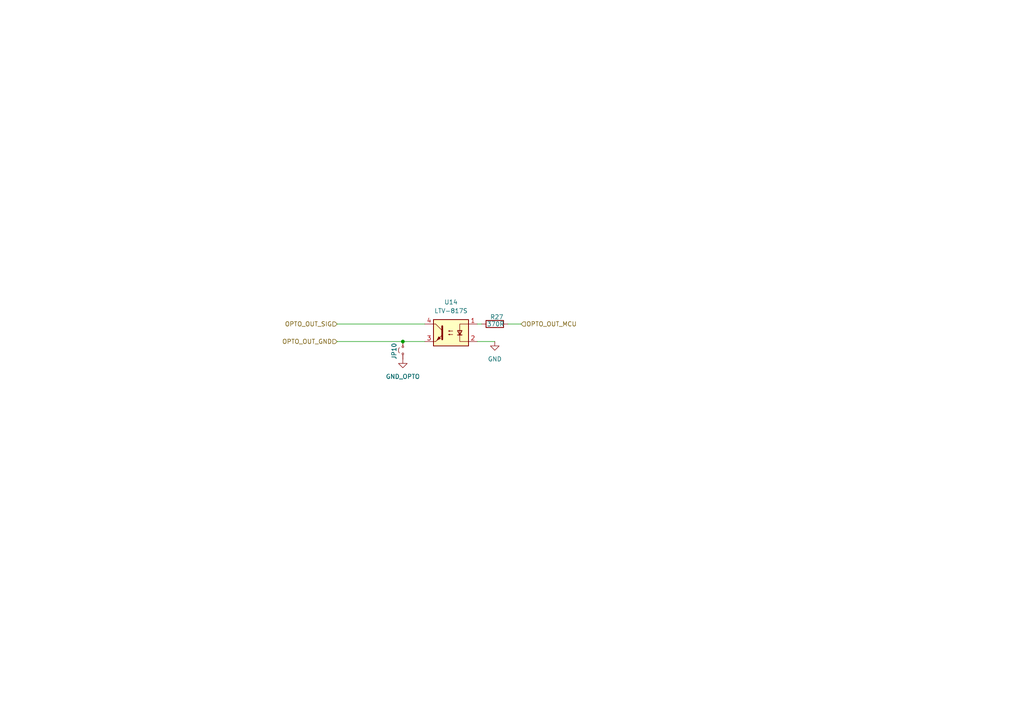
<source format=kicad_sch>
(kicad_sch (version 20250114) (generator "eeschema") (generator_version "9.0")
  (paper "A4")
  (lib_symbols
    (symbol "Isolator:LTV-817S" (pin_names (offset 1.016))
      (property "Reference" "U" (at -3.81 5.08 0))
      (property "Value" "LTV-817S" (at 0 -5.08 0))
      (symbol "LTV-817S_1_1"
        (rectangle (start -5.08 3.81) (end 5.08 -3.81) (stroke (width 0.254)) (fill (type background)))
        (polyline (pts (xy -5.08 2.54) (xy -2.54 2.54) (xy -2.54 -0.762)))
        (polyline (pts (xy -3.175 -0.635) (xy -1.905 -0.635)) (stroke (width 0.254)))
        (polyline (pts (xy -2.54 -0.635) (xy -2.54 -2.54) (xy -5.08 -2.54)))
        (polyline (pts (xy -2.54 -0.635) (xy -3.175 0.635) (xy -1.905 0.635) (xy -2.54 -0.635)) (stroke (width 0.254)))
        (polyline (pts (xy -0.508 0.508) (xy 0.762 0.508) (xy 0.381 0.381) (xy 0.381 0.635) (xy 0.762 0.508)))
        (polyline (pts (xy -0.508 -0.508) (xy 0.762 -0.508) (xy 0.381 -0.635) (xy 0.381 -0.381) (xy 0.762 -0.508)))
        (polyline (pts (xy 2.54 1.905) (xy 2.54 -1.905)) (stroke (width 0.508)))
        (polyline (pts (xy 2.54 0.635) (xy 4.445 2.54)))
        (polyline (pts (xy 3.048 -1.651) (xy 3.556 -1.143) (xy 4.064 -2.159) (xy 3.048 -1.651)) (fill (type outline)))
        (polyline (pts (xy 4.445 2.54) (xy 5.08 2.54)))
        (polyline (pts (xy 4.445 -2.54) (xy 2.54 -0.635)) (fill (type outline)))
        (polyline (pts (xy 4.445 -2.54) (xy 5.08 -2.54)))
        (pin passive line (at -7.62 2.54 0) (length 2.54) (name "~") (number "1"))
        (pin passive line (at -7.62 -2.54 0) (length 2.54) (name "~") (number "2"))
        (pin passive line (at 7.62 2.54 180) (length 2.54) (name "~") (number "4"))
        (pin passive line (at 7.62 -2.54 180) (length 2.54) (name "~") (number "3"))
      )
    )
    (symbol "Jumper:Jumper_2_Small_Open" (pin_numbers (hide yes)) (pin_names (offset 0) (hide yes))
      (property "Reference" "JP" (at 0 2.794 0))
      (property "Value" "Jumper_2_Small_Open" (at 0 -2.286 0))
      (symbol "Jumper_2_Small_Open_0_0"
        (circle (center -1.016 0) (radius 0.254))
        (circle (center 1.016 0) (radius 0.254))
      )
      (symbol "Jumper_2_Small_Open_0_1"
        (arc (start -0.762 1.0196) (mid 0 1.2729) (end 0.762 1.0196))
      )
      (symbol "Jumper_2_Small_Open_1_1"
        (pin passive line (at -2.54 0 0) (length 1.27) (name "A") (number "1"))
        (pin passive line (at 2.54 0 180) (length 1.27) (name "B") (number "2"))
      )
    )
    (symbol "Library:R" (pin_numbers (hide yes)) (pin_names (offset 0))
      (property "Reference" "R" (at 2.032 0 90))
      (property "Value" "R" (at 0 0 90))
      (symbol "R_0_1"
        (rectangle (start -1.016 -2.54) (end 1.016 2.54) (stroke (width 0.254)))
      )
      (symbol "R_1_1"
        (pin passive line (at 0 3.81 270) (length 1.27) (name "~") (number "1"))
        (pin passive line (at 0 -3.81 90) (length 1.27) (name "~") (number "2"))
      )
    )
    (symbol "power:GND" (power) (pin_numbers (hide yes)) (pin_names (offset 0) (hide yes))
      (property "Value" "GND" (at 0 -3.81 0))
      (symbol "GND_0_1"
        (polyline (pts (xy 0 0) (xy 0 -1.27) (xy 1.27 -1.27) (xy 0 -2.54) (xy -1.27 -1.27) (xy 0 -1.27)))
      )
      (symbol "GND_1_1"
        (pin power_in line (at 0 0 270) (length 0) (name "~") (number "1"))
      )
    )
  )
  (junction (at 116.84 99.06))
  (wire (pts (xy 143.51 99.06) (xy 138.43 99.06)))
  (wire (pts (xy 116.84 99.06) (xy 123.19 99.06)))
  (wire (pts (xy 97.79 99.06) (xy 116.84 99.06)))
  (wire (pts (xy 97.79 93.98) (xy 123.19 93.98)))
  (wire (pts (xy 139.7 93.98) (xy 138.43 93.98)))
  (wire (pts (xy 151.13 93.98) (xy 147.32 93.98)))
  (hierarchical_label "OPTO_OUT_MCU" (shape input) (at 151.13 93.98 0))
  (hierarchical_label "OPTO_OUT_GND" (shape input) (at 97.79 99.06 180))
  (hierarchical_label "OPTO_OUT_SIG" (shape input) (at 97.79 93.98 180))
  (symbol (lib_id "Isolator:LTV-817S") (at 130.81 96.52 0) (mirror y) (unit 1)
    (property "Reference" "U11" (at 130.81 87.63 0))
    (property "Value" "LTV-817S" (at 130.81 90.17 0))
    (property "Footprint" "Package_DIP:SMDIP-4_W9.53mm" (effects (hide yes)))
    (property "Datasheet" "http://www.us.liteon.com/downloads/LTV-817-827-847.PDF" (effects (hide yes)))
    (property "Description" "DC Optocoupler, Vce 35V, CTR 50%, SMDIP-4" (effects (hide yes)))
    (property "LCSC Part #" "C109227" (effects (hide yes)))
    (instances (project "esp-motioncontroller" (path "" (reference "U14") (unit 1)) (path "" (reference "U12") (unit 1)) (path "" (reference "U13") (unit 1)) (path "" (reference "U11") (unit 1))))
  )
  (symbol (lib_id "Library:R") (at 143.51 93.98 90) (mirror x) (unit 1)
    (property "Reference" "R24" (at 146.05 91.948 90) (effects (justify left)))
    (property "Value" "370R" (at 146.304 93.98 90) (effects (justify left)))
    (property "Footprint" "Resistor_SMD:R_0603_1608Metric" (effects (hide yes)))
    (property "LCSC Part #" "-" (effects (hide yes)))
    (instances (project "esp-motioncontroller" (path "" (reference "R27") (unit 1)) (path "" (reference "R25") (unit 1)) (path "" (reference "R26") (unit 1)) (path "" (reference "R24") (unit 1))))
  )
  (symbol (lib_id "power:GND") (at 143.51 99.06 0) (unit 1)
    (property "Reference" "#PWR065" (effects (hide yes)))
    (property "Value" "GND" (at 143.51 104.14 0))
    (property "Description" "Power symbol creates a global label with name \"GND\" , ground" (effects (hide yes)))
    (instances (project "esp-motioncontroller" (path "" (reference "#PWR071") (unit 1)) (path "" (reference "#PWR067") (unit 1)) (path "" (reference "#PWR069") (unit 1)) (path "" (reference "#PWR065") (unit 1))))
  )
  (symbol (lib_id "power:GND") (at 116.84 104.14 0) (unit 1)
    (property "Reference" "#PWR064" (effects (hide yes)))
    (property "Value" "GND_OPTO" (at 116.84 109.22 0))
    (property "Description" "Power symbol creates a global label with name \"GND\" , ground" (effects (hide yes)))
    (instances (project "esp-motioncontroller" (path "" (reference "#PWR070") (unit 1)) (path "" (reference "#PWR066") (unit 1)) (path "" (reference "#PWR068") (unit 1)) (path "" (reference "#PWR064") (unit 1))))
  )
  (symbol (lib_id "Jumper:Jumper_2_Small_Open") (at 116.84 101.6 90) (unit 1) (in_bom no)
    (property "Reference" "JP7" (at 114.3 101.854 0))
    (property "Value" "Jumper_2_Small_Open" (effects (hide yes)))
    (property "Footprint" "TestPoint:TestPoint_2Pads_Pitch2.54mm_Drill0.8mm" (effects (hide yes)))
    (property "Description" "Jumper, 2-pole, small symbol, open" (effects (hide yes)))
    (instances (project "esp-motioncontroller" (path "" (reference "JP10") (unit 1)) (path "" (reference "JP8") (unit 1)) (path "" (reference "JP9") (unit 1)) (path "" (reference "JP7") (unit 1))))
  )
)
</source>
